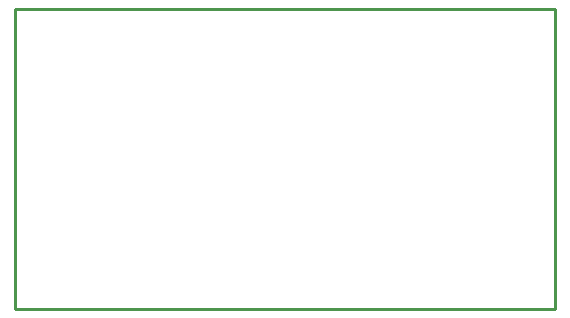
<source format=gbr>
G04 EAGLE Gerber RS-274X export*
G75*
%MOMM*%
%FSLAX34Y34*%
%LPD*%
%IN*%
%IPPOS*%
%AMOC8*
5,1,8,0,0,1.08239X$1,22.5*%
G01*
%ADD10C,0.254000*%


D10*
X0Y0D02*
X457200Y0D01*
X457200Y254000D01*
X0Y254000D01*
X0Y0D01*
M02*

</source>
